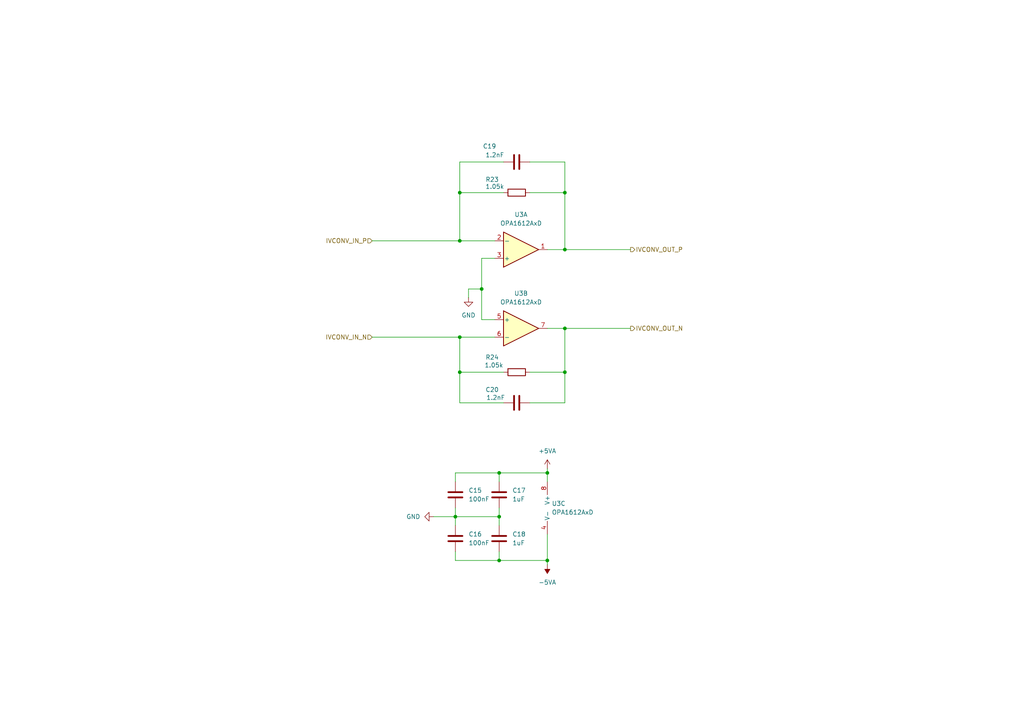
<source format=kicad_sch>
(kicad_sch
	(version 20231120)
	(generator "eeschema")
	(generator_version "8.0")
	(uuid "c385f9a1-eeb5-4d81-ab40-c5042f92faa6")
	(paper "A4")
	(title_block
		(title "mahaudio HiFi DAC for RPi - IV Converter")
		(date "2024-09-19")
		(rev "1")
		(company "mahaudio")
	)
	(lib_symbols
		(symbol "Amplifier_Operational:OPA1612AxD"
			(pin_names
				(offset 0.127)
			)
			(exclude_from_sim no)
			(in_bom yes)
			(on_board yes)
			(property "Reference" "U"
				(at 0 5.08 0)
				(effects
					(font
						(size 1.27 1.27)
					)
					(justify left)
				)
			)
			(property "Value" "OPA1612AxD"
				(at 0 -5.08 0)
				(effects
					(font
						(size 1.27 1.27)
					)
					(justify left)
				)
			)
			(property "Footprint" ""
				(at 0 0 0)
				(effects
					(font
						(size 1.27 1.27)
					)
					(hide yes)
				)
			)
			(property "Datasheet" "http://www.ti.com/lit/ds/symlink/opa1612.pdf"
				(at 0 0 0)
				(effects
					(font
						(size 1.27 1.27)
					)
					(hide yes)
				)
			)
			(property "Description" "Dual SoundPlus High Performance, Bipolar-Input Audio Operational Amplifiers, SOIC-8"
				(at 0 0 0)
				(effects
					(font
						(size 1.27 1.27)
					)
					(hide yes)
				)
			)
			(property "ki_locked" ""
				(at 0 0 0)
				(effects
					(font
						(size 1.27 1.27)
					)
				)
			)
			(property "ki_keywords" "dual opamp"
				(at 0 0 0)
				(effects
					(font
						(size 1.27 1.27)
					)
					(hide yes)
				)
			)
			(property "ki_fp_filters" "SOIC*3.9x4.9mm*P1.27mm* DIP*W7.62mm* TO*99* OnSemi*Micro8* TSSOP*3x3mm*P0.65mm* TSSOP*4.4x3mm*P0.65mm* MSOP*3x3mm*P0.65mm* SSOP*3.9x4.9mm*P0.635mm* LFCSP*2x2mm*P0.5mm* *SIP* SOIC*5.3x6.2mm*P1.27mm*"
				(at 0 0 0)
				(effects
					(font
						(size 1.27 1.27)
					)
					(hide yes)
				)
			)
			(symbol "OPA1612AxD_1_1"
				(polyline
					(pts
						(xy -5.08 5.08) (xy 5.08 0) (xy -5.08 -5.08) (xy -5.08 5.08)
					)
					(stroke
						(width 0.254)
						(type default)
					)
					(fill
						(type background)
					)
				)
				(pin output line
					(at 7.62 0 180)
					(length 2.54)
					(name "~"
						(effects
							(font
								(size 1.27 1.27)
							)
						)
					)
					(number "1"
						(effects
							(font
								(size 1.27 1.27)
							)
						)
					)
				)
				(pin input line
					(at -7.62 -2.54 0)
					(length 2.54)
					(name "-"
						(effects
							(font
								(size 1.27 1.27)
							)
						)
					)
					(number "2"
						(effects
							(font
								(size 1.27 1.27)
							)
						)
					)
				)
				(pin input line
					(at -7.62 2.54 0)
					(length 2.54)
					(name "+"
						(effects
							(font
								(size 1.27 1.27)
							)
						)
					)
					(number "3"
						(effects
							(font
								(size 1.27 1.27)
							)
						)
					)
				)
			)
			(symbol "OPA1612AxD_2_1"
				(polyline
					(pts
						(xy -5.08 5.08) (xy 5.08 0) (xy -5.08 -5.08) (xy -5.08 5.08)
					)
					(stroke
						(width 0.254)
						(type default)
					)
					(fill
						(type background)
					)
				)
				(pin input line
					(at -7.62 2.54 0)
					(length 2.54)
					(name "+"
						(effects
							(font
								(size 1.27 1.27)
							)
						)
					)
					(number "5"
						(effects
							(font
								(size 1.27 1.27)
							)
						)
					)
				)
				(pin input line
					(at -7.62 -2.54 0)
					(length 2.54)
					(name "-"
						(effects
							(font
								(size 1.27 1.27)
							)
						)
					)
					(number "6"
						(effects
							(font
								(size 1.27 1.27)
							)
						)
					)
				)
				(pin output line
					(at 7.62 0 180)
					(length 2.54)
					(name "~"
						(effects
							(font
								(size 1.27 1.27)
							)
						)
					)
					(number "7"
						(effects
							(font
								(size 1.27 1.27)
							)
						)
					)
				)
			)
			(symbol "OPA1612AxD_3_1"
				(pin power_in line
					(at -2.54 -7.62 90)
					(length 3.81)
					(name "V-"
						(effects
							(font
								(size 1.27 1.27)
							)
						)
					)
					(number "4"
						(effects
							(font
								(size 1.27 1.27)
							)
						)
					)
				)
				(pin power_in line
					(at -2.54 7.62 270)
					(length 3.81)
					(name "V+"
						(effects
							(font
								(size 1.27 1.27)
							)
						)
					)
					(number "8"
						(effects
							(font
								(size 1.27 1.27)
							)
						)
					)
				)
			)
		)
		(symbol "Device:C"
			(pin_numbers hide)
			(pin_names
				(offset 0.254)
			)
			(exclude_from_sim no)
			(in_bom yes)
			(on_board yes)
			(property "Reference" "C"
				(at 0.635 2.54 0)
				(effects
					(font
						(size 1.27 1.27)
					)
					(justify left)
				)
			)
			(property "Value" "C"
				(at 0.635 -2.54 0)
				(effects
					(font
						(size 1.27 1.27)
					)
					(justify left)
				)
			)
			(property "Footprint" ""
				(at 0.9652 -3.81 0)
				(effects
					(font
						(size 1.27 1.27)
					)
					(hide yes)
				)
			)
			(property "Datasheet" "~"
				(at 0 0 0)
				(effects
					(font
						(size 1.27 1.27)
					)
					(hide yes)
				)
			)
			(property "Description" "Unpolarized capacitor"
				(at 0 0 0)
				(effects
					(font
						(size 1.27 1.27)
					)
					(hide yes)
				)
			)
			(property "ki_keywords" "cap capacitor"
				(at 0 0 0)
				(effects
					(font
						(size 1.27 1.27)
					)
					(hide yes)
				)
			)
			(property "ki_fp_filters" "C_*"
				(at 0 0 0)
				(effects
					(font
						(size 1.27 1.27)
					)
					(hide yes)
				)
			)
			(symbol "C_0_1"
				(polyline
					(pts
						(xy -2.032 -0.762) (xy 2.032 -0.762)
					)
					(stroke
						(width 0.508)
						(type default)
					)
					(fill
						(type none)
					)
				)
				(polyline
					(pts
						(xy -2.032 0.762) (xy 2.032 0.762)
					)
					(stroke
						(width 0.508)
						(type default)
					)
					(fill
						(type none)
					)
				)
			)
			(symbol "C_1_1"
				(pin passive line
					(at 0 3.81 270)
					(length 2.794)
					(name "~"
						(effects
							(font
								(size 1.27 1.27)
							)
						)
					)
					(number "1"
						(effects
							(font
								(size 1.27 1.27)
							)
						)
					)
				)
				(pin passive line
					(at 0 -3.81 90)
					(length 2.794)
					(name "~"
						(effects
							(font
								(size 1.27 1.27)
							)
						)
					)
					(number "2"
						(effects
							(font
								(size 1.27 1.27)
							)
						)
					)
				)
			)
		)
		(symbol "Device:R"
			(pin_numbers hide)
			(pin_names
				(offset 0)
			)
			(exclude_from_sim no)
			(in_bom yes)
			(on_board yes)
			(property "Reference" "R"
				(at 2.032 0 90)
				(effects
					(font
						(size 1.27 1.27)
					)
				)
			)
			(property "Value" "R"
				(at 0 0 90)
				(effects
					(font
						(size 1.27 1.27)
					)
				)
			)
			(property "Footprint" ""
				(at -1.778 0 90)
				(effects
					(font
						(size 1.27 1.27)
					)
					(hide yes)
				)
			)
			(property "Datasheet" "~"
				(at 0 0 0)
				(effects
					(font
						(size 1.27 1.27)
					)
					(hide yes)
				)
			)
			(property "Description" "Resistor"
				(at 0 0 0)
				(effects
					(font
						(size 1.27 1.27)
					)
					(hide yes)
				)
			)
			(property "ki_keywords" "R res resistor"
				(at 0 0 0)
				(effects
					(font
						(size 1.27 1.27)
					)
					(hide yes)
				)
			)
			(property "ki_fp_filters" "R_*"
				(at 0 0 0)
				(effects
					(font
						(size 1.27 1.27)
					)
					(hide yes)
				)
			)
			(symbol "R_0_1"
				(rectangle
					(start -1.016 -2.54)
					(end 1.016 2.54)
					(stroke
						(width 0.254)
						(type default)
					)
					(fill
						(type none)
					)
				)
			)
			(symbol "R_1_1"
				(pin passive line
					(at 0 3.81 270)
					(length 1.27)
					(name "~"
						(effects
							(font
								(size 1.27 1.27)
							)
						)
					)
					(number "1"
						(effects
							(font
								(size 1.27 1.27)
							)
						)
					)
				)
				(pin passive line
					(at 0 -3.81 90)
					(length 1.27)
					(name "~"
						(effects
							(font
								(size 1.27 1.27)
							)
						)
					)
					(number "2"
						(effects
							(font
								(size 1.27 1.27)
							)
						)
					)
				)
			)
		)
		(symbol "power:+12VA"
			(power)
			(pin_numbers hide)
			(pin_names
				(offset 0) hide)
			(exclude_from_sim no)
			(in_bom yes)
			(on_board yes)
			(property "Reference" "#PWR"
				(at 0 -3.81 0)
				(effects
					(font
						(size 1.27 1.27)
					)
					(hide yes)
				)
			)
			(property "Value" "+12VA"
				(at 0 3.556 0)
				(effects
					(font
						(size 1.27 1.27)
					)
				)
			)
			(property "Footprint" ""
				(at 0 0 0)
				(effects
					(font
						(size 1.27 1.27)
					)
					(hide yes)
				)
			)
			(property "Datasheet" ""
				(at 0 0 0)
				(effects
					(font
						(size 1.27 1.27)
					)
					(hide yes)
				)
			)
			(property "Description" "Power symbol creates a global label with name \"+12VA\""
				(at 0 0 0)
				(effects
					(font
						(size 1.27 1.27)
					)
					(hide yes)
				)
			)
			(property "ki_keywords" "global power"
				(at 0 0 0)
				(effects
					(font
						(size 1.27 1.27)
					)
					(hide yes)
				)
			)
			(symbol "+12VA_0_1"
				(polyline
					(pts
						(xy -0.762 1.27) (xy 0 2.54)
					)
					(stroke
						(width 0)
						(type default)
					)
					(fill
						(type none)
					)
				)
				(polyline
					(pts
						(xy 0 0) (xy 0 2.54)
					)
					(stroke
						(width 0)
						(type default)
					)
					(fill
						(type none)
					)
				)
				(polyline
					(pts
						(xy 0 2.54) (xy 0.762 1.27)
					)
					(stroke
						(width 0)
						(type default)
					)
					(fill
						(type none)
					)
				)
			)
			(symbol "+12VA_1_1"
				(pin power_in line
					(at 0 0 90)
					(length 0)
					(name "~"
						(effects
							(font
								(size 1.27 1.27)
							)
						)
					)
					(number "1"
						(effects
							(font
								(size 1.27 1.27)
							)
						)
					)
				)
			)
		)
		(symbol "power:-12VA"
			(power)
			(pin_numbers hide)
			(pin_names
				(offset 0) hide)
			(exclude_from_sim no)
			(in_bom yes)
			(on_board yes)
			(property "Reference" "#PWR"
				(at 0 -3.81 0)
				(effects
					(font
						(size 1.27 1.27)
					)
					(hide yes)
				)
			)
			(property "Value" "-12VA"
				(at 0 3.556 0)
				(effects
					(font
						(size 1.27 1.27)
					)
				)
			)
			(property "Footprint" ""
				(at 0 0 0)
				(effects
					(font
						(size 1.27 1.27)
					)
					(hide yes)
				)
			)
			(property "Datasheet" ""
				(at 0 0 0)
				(effects
					(font
						(size 1.27 1.27)
					)
					(hide yes)
				)
			)
			(property "Description" "Power symbol creates a global label with name \"-12VA\""
				(at 0 0 0)
				(effects
					(font
						(size 1.27 1.27)
					)
					(hide yes)
				)
			)
			(property "ki_keywords" "global power"
				(at 0 0 0)
				(effects
					(font
						(size 1.27 1.27)
					)
					(hide yes)
				)
			)
			(symbol "-12VA_0_0"
				(pin power_in line
					(at 0 0 90)
					(length 0)
					(name "~"
						(effects
							(font
								(size 1.27 1.27)
							)
						)
					)
					(number "1"
						(effects
							(font
								(size 1.27 1.27)
							)
						)
					)
				)
			)
			(symbol "-12VA_0_1"
				(polyline
					(pts
						(xy 0 0) (xy 0 1.27) (xy 0.762 1.27) (xy 0 2.54) (xy -0.762 1.27) (xy 0 1.27)
					)
					(stroke
						(width 0)
						(type default)
					)
					(fill
						(type outline)
					)
				)
			)
		)
		(symbol "power:GND"
			(power)
			(pin_numbers hide)
			(pin_names
				(offset 0) hide)
			(exclude_from_sim no)
			(in_bom yes)
			(on_board yes)
			(property "Reference" "#PWR"
				(at 0 -6.35 0)
				(effects
					(font
						(size 1.27 1.27)
					)
					(hide yes)
				)
			)
			(property "Value" "GND"
				(at 0 -3.81 0)
				(effects
					(font
						(size 1.27 1.27)
					)
				)
			)
			(property "Footprint" ""
				(at 0 0 0)
				(effects
					(font
						(size 1.27 1.27)
					)
					(hide yes)
				)
			)
			(property "Datasheet" ""
				(at 0 0 0)
				(effects
					(font
						(size 1.27 1.27)
					)
					(hide yes)
				)
			)
			(property "Description" "Power symbol creates a global label with name \"GND\" , ground"
				(at 0 0 0)
				(effects
					(font
						(size 1.27 1.27)
					)
					(hide yes)
				)
			)
			(property "ki_keywords" "global power"
				(at 0 0 0)
				(effects
					(font
						(size 1.27 1.27)
					)
					(hide yes)
				)
			)
			(symbol "GND_0_1"
				(polyline
					(pts
						(xy 0 0) (xy 0 -1.27) (xy 1.27 -1.27) (xy 0 -2.54) (xy -1.27 -1.27) (xy 0 -1.27)
					)
					(stroke
						(width 0)
						(type default)
					)
					(fill
						(type none)
					)
				)
			)
			(symbol "GND_1_1"
				(pin power_in line
					(at 0 0 270)
					(length 0)
					(name "~"
						(effects
							(font
								(size 1.27 1.27)
							)
						)
					)
					(number "1"
						(effects
							(font
								(size 1.27 1.27)
							)
						)
					)
				)
			)
		)
	)
	(junction
		(at 163.83 55.88)
		(diameter 0)
		(color 0 0 0 0)
		(uuid "042b2a47-4e8e-4a34-a659-377806169c61")
	)
	(junction
		(at 163.83 107.95)
		(diameter 0)
		(color 0 0 0 0)
		(uuid "0e5147af-3f64-4b01-9504-d420de4e212b")
	)
	(junction
		(at 132.08 149.86)
		(diameter 0)
		(color 0 0 0 0)
		(uuid "18ef4cba-245a-47c6-9b65-9b701d07bf55")
	)
	(junction
		(at 133.35 97.79)
		(diameter 0)
		(color 0 0 0 0)
		(uuid "2317daea-c456-4b4e-9ddb-2ac2956f1803")
	)
	(junction
		(at 163.83 95.25)
		(diameter 0)
		(color 0 0 0 0)
		(uuid "4dd3871e-8206-440d-b705-35d2df82dccd")
	)
	(junction
		(at 133.35 55.88)
		(diameter 0)
		(color 0 0 0 0)
		(uuid "89c2949c-8c4e-4f00-9c99-5ebd805f8fe1")
	)
	(junction
		(at 139.7 83.82)
		(diameter 0)
		(color 0 0 0 0)
		(uuid "9c921d22-1e77-4c65-a008-40b738288c31")
	)
	(junction
		(at 163.83 72.39)
		(diameter 0)
		(color 0 0 0 0)
		(uuid "b397ae25-fb15-45e3-9a0e-f0bdbf6df4ca")
	)
	(junction
		(at 133.35 107.95)
		(diameter 0)
		(color 0 0 0 0)
		(uuid "b3aa9db1-4327-4c0b-b46b-e69ea796ef9f")
	)
	(junction
		(at 158.75 137.16)
		(diameter 0)
		(color 0 0 0 0)
		(uuid "b7620e0f-0be1-43d4-95f9-47fc4fe78370")
	)
	(junction
		(at 144.78 149.86)
		(diameter 0)
		(color 0 0 0 0)
		(uuid "cf9efc2a-0d4e-464d-9eaf-d3a71bd1508d")
	)
	(junction
		(at 133.35 69.85)
		(diameter 0)
		(color 0 0 0 0)
		(uuid "d7678c1a-c9f3-4d0a-b034-21363e4a12b7")
	)
	(junction
		(at 158.75 162.56)
		(diameter 0)
		(color 0 0 0 0)
		(uuid "f0679a0a-4078-4397-a0ff-56dcb757da17")
	)
	(junction
		(at 144.78 137.16)
		(diameter 0)
		(color 0 0 0 0)
		(uuid "f37db107-d255-4e61-80e9-3565774fa053")
	)
	(junction
		(at 144.78 162.56)
		(diameter 0)
		(color 0 0 0 0)
		(uuid "fb2e799f-79cb-451a-a728-0f76485a65ec")
	)
	(wire
		(pts
			(xy 133.35 46.99) (xy 133.35 55.88)
		)
		(stroke
			(width 0)
			(type default)
		)
		(uuid "070cfe2c-4655-40e4-bac0-98040a06b5ad")
	)
	(wire
		(pts
			(xy 132.08 139.7) (xy 132.08 137.16)
		)
		(stroke
			(width 0)
			(type default)
		)
		(uuid "096c2a82-a880-44ac-ab4e-7c6f7dbcd29b")
	)
	(wire
		(pts
			(xy 135.89 83.82) (xy 135.89 86.36)
		)
		(stroke
			(width 0)
			(type default)
		)
		(uuid "096e007d-5195-4144-b14d-a026b6a4cacd")
	)
	(wire
		(pts
			(xy 146.05 116.84) (xy 133.35 116.84)
		)
		(stroke
			(width 0)
			(type default)
		)
		(uuid "0b4fbb4d-9cae-42cb-bcb6-e43eaf972cb7")
	)
	(wire
		(pts
			(xy 146.05 107.95) (xy 133.35 107.95)
		)
		(stroke
			(width 0)
			(type default)
		)
		(uuid "0eeee158-6130-4f7f-9f31-1b273dd3b68b")
	)
	(wire
		(pts
			(xy 133.35 116.84) (xy 133.35 107.95)
		)
		(stroke
			(width 0)
			(type default)
		)
		(uuid "15ddfb4f-873b-40a4-823b-0663b28916ce")
	)
	(wire
		(pts
			(xy 132.08 149.86) (xy 132.08 152.4)
		)
		(stroke
			(width 0)
			(type default)
		)
		(uuid "16579e60-6736-4f6f-af48-2b94c42316bc")
	)
	(wire
		(pts
			(xy 158.75 95.25) (xy 163.83 95.25)
		)
		(stroke
			(width 0)
			(type default)
		)
		(uuid "1a5292db-c6c8-4934-a798-c93f4d8b57a3")
	)
	(wire
		(pts
			(xy 158.75 135.89) (xy 158.75 137.16)
		)
		(stroke
			(width 0)
			(type default)
		)
		(uuid "1b033e76-701f-4538-a3ee-bed558dee053")
	)
	(wire
		(pts
			(xy 153.67 107.95) (xy 163.83 107.95)
		)
		(stroke
			(width 0)
			(type default)
		)
		(uuid "278e8253-b7af-4ae5-9443-0f041906fe27")
	)
	(wire
		(pts
			(xy 107.95 97.79) (xy 133.35 97.79)
		)
		(stroke
			(width 0)
			(type default)
		)
		(uuid "2915da4b-6eec-49b7-acd5-afc010678689")
	)
	(wire
		(pts
			(xy 144.78 147.32) (xy 144.78 149.86)
		)
		(stroke
			(width 0)
			(type default)
		)
		(uuid "2c24698e-da9c-4d0b-8773-319ae7147ff9")
	)
	(wire
		(pts
			(xy 132.08 147.32) (xy 132.08 149.86)
		)
		(stroke
			(width 0)
			(type default)
		)
		(uuid "2ca02d69-b232-4c8f-b3b4-e551bd4df883")
	)
	(wire
		(pts
			(xy 146.05 46.99) (xy 133.35 46.99)
		)
		(stroke
			(width 0)
			(type default)
		)
		(uuid "2dc80a80-ac5e-4b13-8fdb-8724e81d847a")
	)
	(wire
		(pts
			(xy 163.83 116.84) (xy 163.83 107.95)
		)
		(stroke
			(width 0)
			(type default)
		)
		(uuid "318c3972-06c3-4784-b9a2-fce1438a7347")
	)
	(wire
		(pts
			(xy 107.95 69.85) (xy 133.35 69.85)
		)
		(stroke
			(width 0)
			(type default)
		)
		(uuid "31b4678e-c612-4570-9bc1-11436e220429")
	)
	(wire
		(pts
			(xy 153.67 46.99) (xy 163.83 46.99)
		)
		(stroke
			(width 0)
			(type default)
		)
		(uuid "3814a2a0-2c44-4f87-ba16-87b12ab36a2e")
	)
	(wire
		(pts
			(xy 139.7 92.71) (xy 139.7 83.82)
		)
		(stroke
			(width 0)
			(type default)
		)
		(uuid "3b4f12bb-e7f2-4591-b772-77177ac2e374")
	)
	(wire
		(pts
			(xy 144.78 149.86) (xy 144.78 152.4)
		)
		(stroke
			(width 0)
			(type default)
		)
		(uuid "471e4d54-4840-40d0-a6a0-917825283eff")
	)
	(wire
		(pts
			(xy 146.05 55.88) (xy 133.35 55.88)
		)
		(stroke
			(width 0)
			(type default)
		)
		(uuid "47835597-6def-46e0-bd1b-b2e91e4c8c29")
	)
	(wire
		(pts
			(xy 158.75 162.56) (xy 158.75 154.94)
		)
		(stroke
			(width 0)
			(type default)
		)
		(uuid "479ca20e-4336-4354-a744-e323c901ba6d")
	)
	(wire
		(pts
			(xy 133.35 55.88) (xy 133.35 69.85)
		)
		(stroke
			(width 0)
			(type default)
		)
		(uuid "4c65f462-c8f1-4a42-b1a2-2cbfc62ca661")
	)
	(wire
		(pts
			(xy 125.73 149.86) (xy 132.08 149.86)
		)
		(stroke
			(width 0)
			(type default)
		)
		(uuid "4d8a7275-8412-49bb-a562-f317bb24f11f")
	)
	(wire
		(pts
			(xy 144.78 160.02) (xy 144.78 162.56)
		)
		(stroke
			(width 0)
			(type default)
		)
		(uuid "58c52513-3b8d-4ed4-bc34-9455b45019d3")
	)
	(wire
		(pts
			(xy 163.83 95.25) (xy 182.88 95.25)
		)
		(stroke
			(width 0)
			(type default)
		)
		(uuid "5ce57401-9d9d-4d90-9e54-631867ef0c6a")
	)
	(wire
		(pts
			(xy 153.67 55.88) (xy 163.83 55.88)
		)
		(stroke
			(width 0)
			(type default)
		)
		(uuid "5f9a7afc-7207-4133-a780-56b99a9f9701")
	)
	(wire
		(pts
			(xy 133.35 69.85) (xy 143.51 69.85)
		)
		(stroke
			(width 0)
			(type default)
		)
		(uuid "63c4a854-1e54-458e-8f97-6fa515cde792")
	)
	(wire
		(pts
			(xy 163.83 107.95) (xy 163.83 95.25)
		)
		(stroke
			(width 0)
			(type default)
		)
		(uuid "6407bbec-1185-4388-88cf-25d5c0003f8a")
	)
	(wire
		(pts
			(xy 163.83 72.39) (xy 182.88 72.39)
		)
		(stroke
			(width 0)
			(type default)
		)
		(uuid "69c1e7dc-1c7a-4911-b426-47940ddb562a")
	)
	(wire
		(pts
			(xy 143.51 92.71) (xy 139.7 92.71)
		)
		(stroke
			(width 0)
			(type default)
		)
		(uuid "6e178004-4a97-4668-86bc-aa290c21541b")
	)
	(wire
		(pts
			(xy 144.78 137.16) (xy 144.78 139.7)
		)
		(stroke
			(width 0)
			(type default)
		)
		(uuid "6f50ae1b-89b9-41d7-974d-4356e7b6f34c")
	)
	(wire
		(pts
			(xy 158.75 137.16) (xy 158.75 139.7)
		)
		(stroke
			(width 0)
			(type default)
		)
		(uuid "7a677638-74dc-4fdf-8cc8-0cbc047705f9")
	)
	(wire
		(pts
			(xy 139.7 83.82) (xy 139.7 74.93)
		)
		(stroke
			(width 0)
			(type default)
		)
		(uuid "7c8b7087-868c-4183-a29a-ce340b034efa")
	)
	(wire
		(pts
			(xy 133.35 107.95) (xy 133.35 97.79)
		)
		(stroke
			(width 0)
			(type default)
		)
		(uuid "808ec202-7a32-4b36-9f38-1c651ea70c99")
	)
	(wire
		(pts
			(xy 139.7 74.93) (xy 143.51 74.93)
		)
		(stroke
			(width 0)
			(type default)
		)
		(uuid "8381172d-a9b1-46b6-8782-0ba7201165f3")
	)
	(wire
		(pts
			(xy 132.08 149.86) (xy 144.78 149.86)
		)
		(stroke
			(width 0)
			(type default)
		)
		(uuid "86499ba4-634e-4806-9f26-09df5bf3cb89")
	)
	(wire
		(pts
			(xy 153.67 116.84) (xy 163.83 116.84)
		)
		(stroke
			(width 0)
			(type default)
		)
		(uuid "89c27765-1fb5-4daf-9cbb-502cb2b42335")
	)
	(wire
		(pts
			(xy 132.08 160.02) (xy 132.08 162.56)
		)
		(stroke
			(width 0)
			(type default)
		)
		(uuid "96cf0a72-450f-4574-8b9d-adb5a5396b28")
	)
	(wire
		(pts
			(xy 163.83 46.99) (xy 163.83 55.88)
		)
		(stroke
			(width 0)
			(type default)
		)
		(uuid "b06483e9-b67b-424d-a876-d9505b2bf28b")
	)
	(wire
		(pts
			(xy 163.83 55.88) (xy 163.83 72.39)
		)
		(stroke
			(width 0)
			(type default)
		)
		(uuid "b75b7800-9e5f-4a51-8745-201f4fff30b5")
	)
	(wire
		(pts
			(xy 144.78 162.56) (xy 158.75 162.56)
		)
		(stroke
			(width 0)
			(type default)
		)
		(uuid "be9af8f7-32f8-45c8-98c8-db6a681d7b5f")
	)
	(wire
		(pts
			(xy 132.08 162.56) (xy 144.78 162.56)
		)
		(stroke
			(width 0)
			(type default)
		)
		(uuid "c058bb30-b1c7-435b-bc49-2b08842bf9e3")
	)
	(wire
		(pts
			(xy 163.83 72.39) (xy 158.75 72.39)
		)
		(stroke
			(width 0)
			(type default)
		)
		(uuid "ca2b70d1-2991-4d83-8aa9-a251ef3f5048")
	)
	(wire
		(pts
			(xy 133.35 97.79) (xy 143.51 97.79)
		)
		(stroke
			(width 0)
			(type default)
		)
		(uuid "ca5dc35d-4d1b-4ac3-83f4-660f444adfe8")
	)
	(wire
		(pts
			(xy 144.78 137.16) (xy 158.75 137.16)
		)
		(stroke
			(width 0)
			(type default)
		)
		(uuid "dd11bc5a-0bec-4513-a75c-3e16b61c863e")
	)
	(wire
		(pts
			(xy 132.08 137.16) (xy 144.78 137.16)
		)
		(stroke
			(width 0)
			(type default)
		)
		(uuid "dfb2b0e3-c63e-4fa3-b3fe-865dab1382f2")
	)
	(wire
		(pts
			(xy 158.75 163.83) (xy 158.75 162.56)
		)
		(stroke
			(width 0)
			(type default)
		)
		(uuid "e088e7ef-1a71-4584-8b04-cc768f14d2d0")
	)
	(wire
		(pts
			(xy 139.7 83.82) (xy 135.89 83.82)
		)
		(stroke
			(width 0)
			(type default)
		)
		(uuid "eb060d14-dae4-48c4-a368-171d89aa6a4f")
	)
	(hierarchical_label "IVCONV_IN_N"
		(shape input)
		(at 107.95 97.79 180)
		(fields_autoplaced yes)
		(effects
			(font
				(size 1.27 1.27)
			)
			(justify right)
		)
		(uuid "2c9ff206-9472-423e-bad0-78359fd1cedd")
	)
	(hierarchical_label "IVCONV_OUT_N"
		(shape output)
		(at 182.88 95.25 0)
		(fields_autoplaced yes)
		(effects
			(font
				(size 1.27 1.27)
			)
			(justify left)
		)
		(uuid "3134be99-9fc8-454c-811e-55ea758723e1")
	)
	(hierarchical_label "IVCONV_OUT_P"
		(shape output)
		(at 182.88 72.39 0)
		(fields_autoplaced yes)
		(effects
			(font
				(size 1.27 1.27)
			)
			(justify left)
		)
		(uuid "4c74762c-115c-4372-a937-4a5f65b42ff8")
	)
	(hierarchical_label "IVCONV_IN_P"
		(shape input)
		(at 107.95 69.85 180)
		(fields_autoplaced yes)
		(effects
			(font
				(size 1.27 1.27)
			)
			(justify right)
		)
		(uuid "ba513000-c8d0-4c69-84b7-7458254473fb")
	)
	(symbol
		(lib_id "Device:R")
		(at 149.86 107.95 90)
		(unit 1)
		(exclude_from_sim no)
		(in_bom yes)
		(on_board yes)
		(dnp no)
		(uuid "03fca531-3de3-4de4-8356-d535e2f9694e")
		(property "Reference" "R24"
			(at 142.748 103.632 90)
			(effects
				(font
					(size 1.27 1.27)
				)
			)
		)
		(property "Value" "1.05k"
			(at 143.256 105.918 90)
			(effects
				(font
					(size 1.27 1.27)
				)
			)
		)
		(property "Footprint" "Resistor_SMD:R_0402_1005Metric_Pad0.72x0.64mm_HandSolder"
			(at 149.86 109.728 90)
			(effects
				(font
					(size 1.27 1.27)
				)
				(hide yes)
			)
		)
		(property "Datasheet" "~"
			(at 149.86 107.95 0)
			(effects
				(font
					(size 1.27 1.27)
				)
				(hide yes)
			)
		)
		(property "Description" "Resistor"
			(at 149.86 107.95 0)
			(effects
				(font
					(size 1.27 1.27)
				)
				(hide yes)
			)
		)
		(property "Tolerance" "0.1%"
			(at 149.86 107.95 0)
			(effects
				(font
					(size 1.27 1.27)
				)
				(hide yes)
			)
		)
		(pin "1"
			(uuid "3a16b2de-3615-4c4f-af86-f2999f75afc4")
		)
		(pin "2"
			(uuid "80a710c1-1354-4542-9927-e8cb69a157b7")
		)
		(instances
			(project "mhd314"
				(path "/afee45fc-2361-4efb-9cde-757fc2efd57b/913309c3-489c-42b3-afc6-179d92cffcea/574d008d-ad41-427d-a68f-2f471a4a5a63"
					(reference "R24")
					(unit 1)
				)
				(path "/afee45fc-2361-4efb-9cde-757fc2efd57b/913309c3-489c-42b3-afc6-179d92cffcea/bfc31d8b-f809-4f07-ada9-e821aec1eec1"
					(reference "R22")
					(unit 1)
				)
			)
		)
	)
	(symbol
		(lib_id "power:GND")
		(at 125.73 149.86 270)
		(unit 1)
		(exclude_from_sim no)
		(in_bom yes)
		(on_board yes)
		(dnp no)
		(fields_autoplaced yes)
		(uuid "206fad2a-4719-466a-adfc-e63cf73ca79e")
		(property "Reference" "#PWR025"
			(at 119.38 149.86 0)
			(effects
				(font
					(size 1.27 1.27)
				)
				(hide yes)
			)
		)
		(property "Value" "GND"
			(at 121.92 149.8599 90)
			(effects
				(font
					(size 1.27 1.27)
				)
				(justify right)
			)
		)
		(property "Footprint" ""
			(at 125.73 149.86 0)
			(effects
				(font
					(size 1.27 1.27)
				)
				(hide yes)
			)
		)
		(property "Datasheet" ""
			(at 125.73 149.86 0)
			(effects
				(font
					(size 1.27 1.27)
				)
				(hide yes)
			)
		)
		(property "Description" "Power symbol creates a global label with name \"GND\" , ground"
			(at 125.73 149.86 0)
			(effects
				(font
					(size 1.27 1.27)
				)
				(hide yes)
			)
		)
		(pin "1"
			(uuid "ac7a11c1-347d-47a8-a6ea-7b103428bb40")
		)
		(instances
			(project "mhd314"
				(path "/afee45fc-2361-4efb-9cde-757fc2efd57b/913309c3-489c-42b3-afc6-179d92cffcea/574d008d-ad41-427d-a68f-2f471a4a5a63"
					(reference "#PWR025")
					(unit 1)
				)
				(path "/afee45fc-2361-4efb-9cde-757fc2efd57b/913309c3-489c-42b3-afc6-179d92cffcea/bfc31d8b-f809-4f07-ada9-e821aec1eec1"
					(reference "#PWR021")
					(unit 1)
				)
			)
		)
	)
	(symbol
		(lib_id "Device:C")
		(at 132.08 156.21 0)
		(unit 1)
		(exclude_from_sim no)
		(in_bom yes)
		(on_board yes)
		(dnp no)
		(fields_autoplaced yes)
		(uuid "43aca456-9a62-45d5-aa9d-2b4238b96752")
		(property "Reference" "C16"
			(at 135.89 154.9399 0)
			(effects
				(font
					(size 1.27 1.27)
				)
				(justify left)
			)
		)
		(property "Value" "100nF"
			(at 135.89 157.4799 0)
			(effects
				(font
					(size 1.27 1.27)
				)
				(justify left)
			)
		)
		(property "Footprint" "Capacitor_SMD:C_0402_1005Metric_Pad0.74x0.62mm_HandSolder"
			(at 133.0452 160.02 0)
			(effects
				(font
					(size 1.27 1.27)
				)
				(hide yes)
			)
		)
		(property "Datasheet" "~"
			(at 132.08 156.21 0)
			(effects
				(font
					(size 1.27 1.27)
				)
				(hide yes)
			)
		)
		(property "Description" "Unpolarized capacitor"
			(at 132.08 156.21 0)
			(effects
				(font
					(size 1.27 1.27)
				)
				(hide yes)
			)
		)
		(property "Tolerance" "10%"
			(at 132.08 156.21 0)
			(effects
				(font
					(size 1.27 1.27)
				)
				(hide yes)
			)
		)
		(property "Voltage" "25V"
			(at 132.08 156.21 0)
			(effects
				(font
					(size 1.27 1.27)
				)
				(hide yes)
			)
		)
		(pin "1"
			(uuid "37f4c852-fbd4-42bc-a265-5a1286eed417")
		)
		(pin "2"
			(uuid "b97fdda2-c1b9-4988-a255-fb3ddd30cdf3")
		)
		(instances
			(project "mhd314"
				(path "/afee45fc-2361-4efb-9cde-757fc2efd57b/913309c3-489c-42b3-afc6-179d92cffcea/574d008d-ad41-427d-a68f-2f471a4a5a63"
					(reference "C16")
					(unit 1)
				)
				(path "/afee45fc-2361-4efb-9cde-757fc2efd57b/913309c3-489c-42b3-afc6-179d92cffcea/bfc31d8b-f809-4f07-ada9-e821aec1eec1"
					(reference "C10")
					(unit 1)
				)
			)
		)
	)
	(symbol
		(lib_id "Device:C")
		(at 144.78 143.51 0)
		(unit 1)
		(exclude_from_sim no)
		(in_bom yes)
		(on_board yes)
		(dnp no)
		(fields_autoplaced yes)
		(uuid "631a1282-3009-4c79-807a-8fc12aa8ee57")
		(property "Reference" "C17"
			(at 148.59 142.2399 0)
			(effects
				(font
					(size 1.27 1.27)
				)
				(justify left)
			)
		)
		(property "Value" "1uF"
			(at 148.59 144.7799 0)
			(effects
				(font
					(size 1.27 1.27)
				)
				(justify left)
			)
		)
		(property "Footprint" "Capacitor_SMD:C_0402_1005Metric_Pad0.74x0.62mm_HandSolder"
			(at 145.7452 147.32 0)
			(effects
				(font
					(size 1.27 1.27)
				)
				(hide yes)
			)
		)
		(property "Datasheet" "~"
			(at 144.78 143.51 0)
			(effects
				(font
					(size 1.27 1.27)
				)
				(hide yes)
			)
		)
		(property "Description" "Unpolarized capacitor"
			(at 144.78 143.51 0)
			(effects
				(font
					(size 1.27 1.27)
				)
				(hide yes)
			)
		)
		(property "Tolerance" "10%"
			(at 144.78 143.51 0)
			(effects
				(font
					(size 1.27 1.27)
				)
				(hide yes)
			)
		)
		(property "Voltage" "6.3V"
			(at 144.78 143.51 0)
			(effects
				(font
					(size 1.27 1.27)
				)
				(hide yes)
			)
		)
		(pin "1"
			(uuid "80f40e2e-77e1-4ee2-9336-8413dd92a08c")
		)
		(pin "2"
			(uuid "5ca784e0-7592-406b-a7b8-44c2cdc4af95")
		)
		(instances
			(project "mhd314"
				(path "/afee45fc-2361-4efb-9cde-757fc2efd57b/913309c3-489c-42b3-afc6-179d92cffcea/574d008d-ad41-427d-a68f-2f471a4a5a63"
					(reference "C17")
					(unit 1)
				)
				(path "/afee45fc-2361-4efb-9cde-757fc2efd57b/913309c3-489c-42b3-afc6-179d92cffcea/bfc31d8b-f809-4f07-ada9-e821aec1eec1"
					(reference "C11")
					(unit 1)
				)
			)
		)
	)
	(symbol
		(lib_id "Device:C")
		(at 149.86 116.84 90)
		(unit 1)
		(exclude_from_sim no)
		(in_bom yes)
		(on_board yes)
		(dnp no)
		(uuid "8eb7dfa2-2e75-4110-b638-3fe4a6dd496a")
		(property "Reference" "C20"
			(at 142.748 113.03 90)
			(effects
				(font
					(size 1.27 1.27)
				)
			)
		)
		(property "Value" "1.2nF"
			(at 143.764 115.316 90)
			(effects
				(font
					(size 1.27 1.27)
				)
			)
		)
		(property "Footprint" "Capacitor_SMD:C_0402_1005Metric_Pad0.74x0.62mm_HandSolder"
			(at 153.67 115.8748 0)
			(effects
				(font
					(size 1.27 1.27)
				)
				(hide yes)
			)
		)
		(property "Datasheet" "~"
			(at 149.86 116.84 0)
			(effects
				(font
					(size 1.27 1.27)
				)
				(hide yes)
			)
		)
		(property "Description" "Unpolarized capacitor"
			(at 149.86 116.84 0)
			(effects
				(font
					(size 1.27 1.27)
				)
				(hide yes)
			)
		)
		(property "Tolerance" "10%"
			(at 149.86 116.84 0)
			(effects
				(font
					(size 1.27 1.27)
				)
				(hide yes)
			)
		)
		(property "Voltage" "25V"
			(at 149.86 116.84 0)
			(effects
				(font
					(size 1.27 1.27)
				)
				(hide yes)
			)
		)
		(pin "2"
			(uuid "d7cdfdd7-9d35-4f28-83c0-19efb2ac09ea")
		)
		(pin "1"
			(uuid "d7949474-c3d4-49b0-8826-57c6cb3d6b93")
		)
		(instances
			(project "mhd314"
				(path "/afee45fc-2361-4efb-9cde-757fc2efd57b/913309c3-489c-42b3-afc6-179d92cffcea/574d008d-ad41-427d-a68f-2f471a4a5a63"
					(reference "C20")
					(unit 1)
				)
				(path "/afee45fc-2361-4efb-9cde-757fc2efd57b/913309c3-489c-42b3-afc6-179d92cffcea/bfc31d8b-f809-4f07-ada9-e821aec1eec1"
					(reference "C14")
					(unit 1)
				)
			)
		)
	)
	(symbol
		(lib_id "Device:C")
		(at 149.86 46.99 90)
		(unit 1)
		(exclude_from_sim no)
		(in_bom yes)
		(on_board yes)
		(dnp no)
		(uuid "aec38056-e13c-4647-a46c-1a02d321d5b4")
		(property "Reference" "C19"
			(at 141.986 42.418 90)
			(effects
				(font
					(size 1.27 1.27)
				)
			)
		)
		(property "Value" "1.2nF"
			(at 143.51 44.958 90)
			(effects
				(font
					(size 1.27 1.27)
				)
			)
		)
		(property "Footprint" "Capacitor_SMD:C_0402_1005Metric_Pad0.74x0.62mm_HandSolder"
			(at 153.67 46.0248 0)
			(effects
				(font
					(size 1.27 1.27)
				)
				(hide yes)
			)
		)
		(property "Datasheet" "~"
			(at 149.86 46.99 0)
			(effects
				(font
					(size 1.27 1.27)
				)
				(hide yes)
			)
		)
		(property "Description" "Unpolarized capacitor"
			(at 149.86 46.99 0)
			(effects
				(font
					(size 1.27 1.27)
				)
				(hide yes)
			)
		)
		(property "Tolerance" "10%"
			(at 149.86 46.99 0)
			(effects
				(font
					(size 1.27 1.27)
				)
				(hide yes)
			)
		)
		(property "Voltage" "25V"
			(at 149.86 46.99 0)
			(effects
				(font
					(size 1.27 1.27)
				)
				(hide yes)
			)
		)
		(pin "2"
			(uuid "bf307a9a-de53-41d9-a331-9b08ba9aeecb")
		)
		(pin "1"
			(uuid "5a3413cb-c094-4a1e-a8dc-767b82c3ebf5")
		)
		(instances
			(project "mhd314"
				(path "/afee45fc-2361-4efb-9cde-757fc2efd57b/913309c3-489c-42b3-afc6-179d92cffcea/574d008d-ad41-427d-a68f-2f471a4a5a63"
					(reference "C19")
					(unit 1)
				)
				(path "/afee45fc-2361-4efb-9cde-757fc2efd57b/913309c3-489c-42b3-afc6-179d92cffcea/bfc31d8b-f809-4f07-ada9-e821aec1eec1"
					(reference "C13")
					(unit 1)
				)
			)
		)
	)
	(symbol
		(lib_id "Device:R")
		(at 149.86 55.88 90)
		(unit 1)
		(exclude_from_sim no)
		(in_bom yes)
		(on_board yes)
		(dnp no)
		(uuid "af9916b2-feb0-48d4-a129-698887d4f608")
		(property "Reference" "R23"
			(at 142.748 52.07 90)
			(effects
				(font
					(size 1.27 1.27)
				)
			)
		)
		(property "Value" "1.05k"
			(at 143.51 54.102 90)
			(effects
				(font
					(size 1.27 1.27)
				)
			)
		)
		(property "Footprint" "Resistor_SMD:R_0402_1005Metric_Pad0.72x0.64mm_HandSolder"
			(at 149.86 57.658 90)
			(effects
				(font
					(size 1.27 1.27)
				)
				(hide yes)
			)
		)
		(property "Datasheet" "~"
			(at 149.86 55.88 0)
			(effects
				(font
					(size 1.27 1.27)
				)
				(hide yes)
			)
		)
		(property "Description" "Resistor"
			(at 149.86 55.88 0)
			(effects
				(font
					(size 1.27 1.27)
				)
				(hide yes)
			)
		)
		(property "Tolerance" "0.1%"
			(at 149.86 55.88 0)
			(effects
				(font
					(size 1.27 1.27)
				)
				(hide yes)
			)
		)
		(pin "1"
			(uuid "0c7c6d16-f87d-4469-96ed-feca8753522f")
		)
		(pin "2"
			(uuid "5827c5a1-3dbb-44bc-bdbc-3dbee7a7bfbb")
		)
		(instances
			(project "mhd314"
				(path "/afee45fc-2361-4efb-9cde-757fc2efd57b/913309c3-489c-42b3-afc6-179d92cffcea/574d008d-ad41-427d-a68f-2f471a4a5a63"
					(reference "R23")
					(unit 1)
				)
				(path "/afee45fc-2361-4efb-9cde-757fc2efd57b/913309c3-489c-42b3-afc6-179d92cffcea/bfc31d8b-f809-4f07-ada9-e821aec1eec1"
					(reference "R21")
					(unit 1)
				)
			)
		)
	)
	(symbol
		(lib_id "power:-12VA")
		(at 158.75 163.83 180)
		(unit 1)
		(exclude_from_sim no)
		(in_bom yes)
		(on_board yes)
		(dnp no)
		(fields_autoplaced yes)
		(uuid "bc6f4286-fbcb-4d1d-a731-aa81350c3e54")
		(property "Reference" "#PWR028"
			(at 158.75 160.02 0)
			(effects
				(font
					(size 1.27 1.27)
				)
				(hide yes)
			)
		)
		(property "Value" "-5VA"
			(at 158.75 168.91 0)
			(effects
				(font
					(size 1.27 1.27)
				)
			)
		)
		(property "Footprint" ""
			(at 158.75 163.83 0)
			(effects
				(font
					(size 1.27 1.27)
				)
				(hide yes)
			)
		)
		(property "Datasheet" ""
			(at 158.75 163.83 0)
			(effects
				(font
					(size 1.27 1.27)
				)
				(hide yes)
			)
		)
		(property "Description" "Power symbol creates a global label with name \"-12VA\""
			(at 158.75 163.83 0)
			(effects
				(font
					(size 1.27 1.27)
				)
				(hide yes)
			)
		)
		(pin "1"
			(uuid "dc99fc6d-2ede-46a3-8f90-c7d03bd6d82d")
		)
		(instances
			(project "mhd314"
				(path "/afee45fc-2361-4efb-9cde-757fc2efd57b/913309c3-489c-42b3-afc6-179d92cffcea/574d008d-ad41-427d-a68f-2f471a4a5a63"
					(reference "#PWR028")
					(unit 1)
				)
				(path "/afee45fc-2361-4efb-9cde-757fc2efd57b/913309c3-489c-42b3-afc6-179d92cffcea/bfc31d8b-f809-4f07-ada9-e821aec1eec1"
					(reference "#PWR024")
					(unit 1)
				)
			)
		)
	)
	(symbol
		(lib_id "power:GND")
		(at 135.89 86.36 0)
		(unit 1)
		(exclude_from_sim no)
		(in_bom yes)
		(on_board yes)
		(dnp no)
		(fields_autoplaced yes)
		(uuid "c1dff2d2-57ff-496d-97a7-bc53acf65f66")
		(property "Reference" "#PWR026"
			(at 135.89 92.71 0)
			(effects
				(font
					(size 1.27 1.27)
				)
				(hide yes)
			)
		)
		(property "Value" "GND"
			(at 135.89 91.44 0)
			(effects
				(font
					(size 1.27 1.27)
				)
			)
		)
		(property "Footprint" ""
			(at 135.89 86.36 0)
			(effects
				(font
					(size 1.27 1.27)
				)
				(hide yes)
			)
		)
		(property "Datasheet" ""
			(at 135.89 86.36 0)
			(effects
				(font
					(size 1.27 1.27)
				)
				(hide yes)
			)
		)
		(property "Description" "Power symbol creates a global label with name \"GND\" , ground"
			(at 135.89 86.36 0)
			(effects
				(font
					(size 1.27 1.27)
				)
				(hide yes)
			)
		)
		(pin "1"
			(uuid "fbdfc84b-2d37-4586-8305-3c4b01f2377a")
		)
		(instances
			(project "mhd314"
				(path "/afee45fc-2361-4efb-9cde-757fc2efd57b/913309c3-489c-42b3-afc6-179d92cffcea/574d008d-ad41-427d-a68f-2f471a4a5a63"
					(reference "#PWR026")
					(unit 1)
				)
				(path "/afee45fc-2361-4efb-9cde-757fc2efd57b/913309c3-489c-42b3-afc6-179d92cffcea/bfc31d8b-f809-4f07-ada9-e821aec1eec1"
					(reference "#PWR022")
					(unit 1)
				)
			)
		)
	)
	(symbol
		(lib_id "Device:C")
		(at 132.08 143.51 0)
		(unit 1)
		(exclude_from_sim no)
		(in_bom yes)
		(on_board yes)
		(dnp no)
		(fields_autoplaced yes)
		(uuid "c380c11b-bad9-4928-a4b7-d020913c82bf")
		(property "Reference" "C15"
			(at 135.89 142.2399 0)
			(effects
				(font
					(size 1.27 1.27)
				)
				(justify left)
			)
		)
		(property "Value" "100nF"
			(at 135.89 144.7799 0)
			(effects
				(font
					(size 1.27 1.27)
				)
				(justify left)
			)
		)
		(property "Footprint" "Capacitor_SMD:C_0402_1005Metric_Pad0.74x0.62mm_HandSolder"
			(at 133.0452 147.32 0)
			(effects
				(font
					(size 1.27 1.27)
				)
				(hide yes)
			)
		)
		(property "Datasheet" "~"
			(at 132.08 143.51 0)
			(effects
				(font
					(size 1.27 1.27)
				)
				(hide yes)
			)
		)
		(property "Description" "Unpolarized capacitor"
			(at 132.08 143.51 0)
			(effects
				(font
					(size 1.27 1.27)
				)
				(hide yes)
			)
		)
		(property "Tolerance" "10%"
			(at 132.08 143.51 0)
			(effects
				(font
					(size 1.27 1.27)
				)
				(hide yes)
			)
		)
		(property "Voltage" "25V"
			(at 132.08 143.51 0)
			(effects
				(font
					(size 1.27 1.27)
				)
				(hide yes)
			)
		)
		(pin "1"
			(uuid "f711703e-9915-4bd5-bff7-e1143ec4524e")
		)
		(pin "2"
			(uuid "38f461e7-ba99-4780-8650-b97cb9109584")
		)
		(instances
			(project "mhd314"
				(path "/afee45fc-2361-4efb-9cde-757fc2efd57b/913309c3-489c-42b3-afc6-179d92cffcea/574d008d-ad41-427d-a68f-2f471a4a5a63"
					(reference "C15")
					(unit 1)
				)
				(path "/afee45fc-2361-4efb-9cde-757fc2efd57b/913309c3-489c-42b3-afc6-179d92cffcea/bfc31d8b-f809-4f07-ada9-e821aec1eec1"
					(reference "C9")
					(unit 1)
				)
			)
		)
	)
	(symbol
		(lib_id "Device:C")
		(at 144.78 156.21 0)
		(unit 1)
		(exclude_from_sim no)
		(in_bom yes)
		(on_board yes)
		(dnp no)
		(fields_autoplaced yes)
		(uuid "c8a682a0-c45b-40b5-9ead-f9ae08b013cd")
		(property "Reference" "C18"
			(at 148.59 154.9399 0)
			(effects
				(font
					(size 1.27 1.27)
				)
				(justify left)
			)
		)
		(property "Value" "1uF"
			(at 148.59 157.4799 0)
			(effects
				(font
					(size 1.27 1.27)
				)
				(justify left)
			)
		)
		(property "Footprint" "Capacitor_SMD:C_0402_1005Metric_Pad0.74x0.62mm_HandSolder"
			(at 145.7452 160.02 0)
			(effects
				(font
					(size 1.27 1.27)
				)
				(hide yes)
			)
		)
		(property "Datasheet" "~"
			(at 144.78 156.21 0)
			(effects
				(font
					(size 1.27 1.27)
				)
				(hide yes)
			)
		)
		(property "Description" "Unpolarized capacitor"
			(at 144.78 156.21 0)
			(effects
				(font
					(size 1.27 1.27)
				)
				(hide yes)
			)
		)
		(property "Tolerance" "10%"
			(at 144.78 156.21 0)
			(effects
				(font
					(size 1.27 1.27)
				)
				(hide yes)
			)
		)
		(property "Voltage" "6.3V"
			(at 144.78 156.21 0)
			(effects
				(font
					(size 1.27 1.27)
				)
				(hide yes)
			)
		)
		(pin "1"
			(uuid "bfeaf519-45c9-4152-ae82-a6d5992ae023")
		)
		(pin "2"
			(uuid "7e087d43-de9e-4fc3-9a86-9df8e3e3dad4")
		)
		(instances
			(project "mhd314"
				(path "/afee45fc-2361-4efb-9cde-757fc2efd57b/913309c3-489c-42b3-afc6-179d92cffcea/574d008d-ad41-427d-a68f-2f471a4a5a63"
					(reference "C18")
					(unit 1)
				)
				(path "/afee45fc-2361-4efb-9cde-757fc2efd57b/913309c3-489c-42b3-afc6-179d92cffcea/bfc31d8b-f809-4f07-ada9-e821aec1eec1"
					(reference "C12")
					(unit 1)
				)
			)
		)
	)
	(symbol
		(lib_id "Amplifier_Operational:OPA1612AxD")
		(at 151.13 95.25 0)
		(unit 2)
		(exclude_from_sim no)
		(in_bom yes)
		(on_board yes)
		(dnp no)
		(fields_autoplaced yes)
		(uuid "d0a07f9d-214d-4572-96b8-ee2dd83830e0")
		(property "Reference" "U3"
			(at 151.13 85.09 0)
			(effects
				(font
					(size 1.27 1.27)
				)
			)
		)
		(property "Value" "OPA1612AxD"
			(at 151.13 87.63 0)
			(effects
				(font
					(size 1.27 1.27)
				)
			)
		)
		(property "Footprint" "Package_SO:SOIC-8_3.9x4.9mm_P1.27mm"
			(at 151.13 95.25 0)
			(effects
				(font
					(size 1.27 1.27)
				)
				(hide yes)
			)
		)
		(property "Datasheet" "http://www.ti.com/lit/ds/symlink/opa1612.pdf"
			(at 151.13 95.25 0)
			(effects
				(font
					(size 1.27 1.27)
				)
				(hide yes)
			)
		)
		(property "Description" "Dual SoundPlus High Performance, Bipolar-Input Audio Operational Amplifiers, SOIC-8"
			(at 151.13 95.25 0)
			(effects
				(font
					(size 1.27 1.27)
				)
				(hide yes)
			)
		)
		(pin "3"
			(uuid "1b8cbdf5-423f-42c0-b6a9-30ae254a4ca4")
		)
		(pin "8"
			(uuid "2ca1a963-c75a-4cd3-b79b-0d544684c4e0")
		)
		(pin "5"
			(uuid "bcacb046-4564-4632-a62e-4e66c79c2960")
		)
		(pin "1"
			(uuid "9e3ac43f-cdff-4bde-8a7f-84e38b7ac635")
		)
		(pin "7"
			(uuid "f1d06f39-eea8-495b-8ee8-e98ce47b1846")
		)
		(pin "4"
			(uuid "8a6bc0aa-f024-4858-b3d5-c090af9547f0")
		)
		(pin "2"
			(uuid "a0a13d2b-7e37-4f61-8230-f71d70fb1e09")
		)
		(pin "6"
			(uuid "3ebcb376-4034-4c73-939a-1ed47bdfec96")
		)
		(instances
			(project "mhd314"
				(path "/afee45fc-2361-4efb-9cde-757fc2efd57b/913309c3-489c-42b3-afc6-179d92cffcea/574d008d-ad41-427d-a68f-2f471a4a5a63"
					(reference "U3")
					(unit 2)
				)
				(path "/afee45fc-2361-4efb-9cde-757fc2efd57b/913309c3-489c-42b3-afc6-179d92cffcea/bfc31d8b-f809-4f07-ada9-e821aec1eec1"
					(reference "U2")
					(unit 2)
				)
			)
		)
	)
	(symbol
		(lib_id "Amplifier_Operational:OPA1612AxD")
		(at 161.29 147.32 0)
		(unit 3)
		(exclude_from_sim no)
		(in_bom yes)
		(on_board yes)
		(dnp no)
		(fields_autoplaced yes)
		(uuid "f347933c-fb56-4c92-9a47-577cc38663a0")
		(property "Reference" "U3"
			(at 160.02 146.0499 0)
			(effects
				(font
					(size 1.27 1.27)
				)
				(justify left)
			)
		)
		(property "Value" "OPA1612AxD"
			(at 160.02 148.5899 0)
			(effects
				(font
					(size 1.27 1.27)
				)
				(justify left)
			)
		)
		(property "Footprint" "Package_SO:SOIC-8_3.9x4.9mm_P1.27mm"
			(at 161.29 147.32 0)
			(effects
				(font
					(size 1.27 1.27)
				)
				(hide yes)
			)
		)
		(property "Datasheet" "http://www.ti.com/lit/ds/symlink/opa1612.pdf"
			(at 161.29 147.32 0)
			(effects
				(font
					(size 1.27 1.27)
				)
				(hide yes)
			)
		)
		(property "Description" "Dual SoundPlus High Performance, Bipolar-Input Audio Operational Amplifiers, SOIC-8"
			(at 161.29 147.32 0)
			(effects
				(font
					(size 1.27 1.27)
				)
				(hide yes)
			)
		)
		(pin "3"
			(uuid "1b8cbdf5-423f-42c0-b6a9-30ae254a4ca2")
		)
		(pin "8"
			(uuid "4fd2e1fb-999f-4af2-9126-899dad530ccb")
		)
		(pin "5"
			(uuid "91c10a5c-c657-4bcb-99d0-64cc090e4cb4")
		)
		(pin "1"
			(uuid "9e3ac43f-cdff-4bde-8a7f-84e38b7ac633")
		)
		(pin "7"
			(uuid "69cf2934-cde7-4856-8ca9-0f3620050dfb")
		)
		(pin "4"
			(uuid "fc4e034b-d56b-496a-a1f6-f1755aa30b18")
		)
		(pin "2"
			(uuid "a0a13d2b-7e37-4f61-8230-f71d70fb1e07")
		)
		(pin "6"
			(uuid "ee68eecb-4822-47fa-b240-9dbb2d413e54")
		)
		(instances
			(project "mhd314"
				(path "/afee45fc-2361-4efb-9cde-757fc2efd57b/913309c3-489c-42b3-afc6-179d92cffcea/574d008d-ad41-427d-a68f-2f471a4a5a63"
					(reference "U3")
					(unit 3)
				)
				(path "/afee45fc-2361-4efb-9cde-757fc2efd57b/913309c3-489c-42b3-afc6-179d92cffcea/bfc31d8b-f809-4f07-ada9-e821aec1eec1"
					(reference "U2")
					(unit 3)
				)
			)
		)
	)
	(symbol
		(lib_id "Amplifier_Operational:OPA1612AxD")
		(at 151.13 72.39 0)
		(mirror x)
		(unit 1)
		(exclude_from_sim no)
		(in_bom yes)
		(on_board yes)
		(dnp no)
		(fields_autoplaced yes)
		(uuid "f49c516f-dd57-46be-907a-4a161158f875")
		(property "Reference" "U3"
			(at 151.13 62.23 0)
			(effects
				(font
					(size 1.27 1.27)
				)
			)
		)
		(property "Value" "OPA1612AxD"
			(at 151.13 64.77 0)
			(effects
				(font
					(size 1.27 1.27)
				)
			)
		)
		(property "Footprint" "Package_SO:SOIC-8_3.9x4.9mm_P1.27mm"
			(at 151.13 72.39 0)
			(effects
				(font
					(size 1.27 1.27)
				)
				(hide yes)
			)
		)
		(property "Datasheet" "http://www.ti.com/lit/ds/symlink/opa1612.pdf"
			(at 151.13 72.39 0)
			(effects
				(font
					(size 1.27 1.27)
				)
				(hide yes)
			)
		)
		(property "Description" "Dual SoundPlus High Performance, Bipolar-Input Audio Operational Amplifiers, SOIC-8"
			(at 151.13 72.39 0)
			(effects
				(font
					(size 1.27 1.27)
				)
				(hide yes)
			)
		)
		(pin "3"
			(uuid "4e179144-cfae-4ca3-87a8-2ace9828c0c5")
		)
		(pin "8"
			(uuid "2ca1a963-c75a-4cd3-b79b-0d544684c4df")
		)
		(pin "5"
			(uuid "91c10a5c-c657-4bcb-99d0-64cc090e4cb5")
		)
		(pin "1"
			(uuid "0b271f39-12f2-42cc-83b9-0df1d0d42d24")
		)
		(pin "7"
			(uuid "69cf2934-cde7-4856-8ca9-0f3620050dfc")
		)
		(pin "4"
			(uuid "8a6bc0aa-f024-4858-b3d5-c090af9547ef")
		)
		(pin "2"
			(uuid "51702606-3f5f-4164-a4b5-5cb0944a0a3f")
		)
		(pin "6"
			(uuid "ee68eecb-4822-47fa-b240-9dbb2d413e55")
		)
		(instances
			(project "mhd314"
				(path "/afee45fc-2361-4efb-9cde-757fc2efd57b/913309c3-489c-42b3-afc6-179d92cffcea/574d008d-ad41-427d-a68f-2f471a4a5a63"
					(reference "U3")
					(unit 1)
				)
				(path "/afee45fc-2361-4efb-9cde-757fc2efd57b/913309c3-489c-42b3-afc6-179d92cffcea/bfc31d8b-f809-4f07-ada9-e821aec1eec1"
					(reference "U2")
					(unit 1)
				)
			)
		)
	)
	(symbol
		(lib_id "power:+12VA")
		(at 158.75 135.89 0)
		(unit 1)
		(exclude_from_sim no)
		(in_bom yes)
		(on_board yes)
		(dnp no)
		(fields_autoplaced yes)
		(uuid "f75134a8-b38b-4e06-ab68-565165dc60e8")
		(property "Reference" "#PWR027"
			(at 158.75 139.7 0)
			(effects
				(font
					(size 1.27 1.27)
				)
				(hide yes)
			)
		)
		(property "Value" "+5VA"
			(at 158.75 130.81 0)
			(effects
				(font
					(size 1.27 1.27)
				)
			)
		)
		(property "Footprint" ""
			(at 158.75 135.89 0)
			(effects
				(font
					(size 1.27 1.27)
				)
				(hide yes)
			)
		)
		(property "Datasheet" ""
			(at 158.75 135.89 0)
			(effects
				(font
					(size 1.27 1.27)
				)
				(hide yes)
			)
		)
		(property "Description" "Power symbol creates a global label with name \"+12VA\""
			(at 158.75 135.89 0)
			(effects
				(font
					(size 1.27 1.27)
				)
				(hide yes)
			)
		)
		(pin "1"
			(uuid "32fb6431-1116-4483-86f8-6f3ae2870e8c")
		)
		(instances
			(project "mhd314"
				(path "/afee45fc-2361-4efb-9cde-757fc2efd57b/913309c3-489c-42b3-afc6-179d92cffcea/574d008d-ad41-427d-a68f-2f471a4a5a63"
					(reference "#PWR027")
					(unit 1)
				)
				(path "/afee45fc-2361-4efb-9cde-757fc2efd57b/913309c3-489c-42b3-afc6-179d92cffcea/bfc31d8b-f809-4f07-ada9-e821aec1eec1"
					(reference "#PWR023")
					(unit 1)
				)
			)
		)
	)
)

</source>
